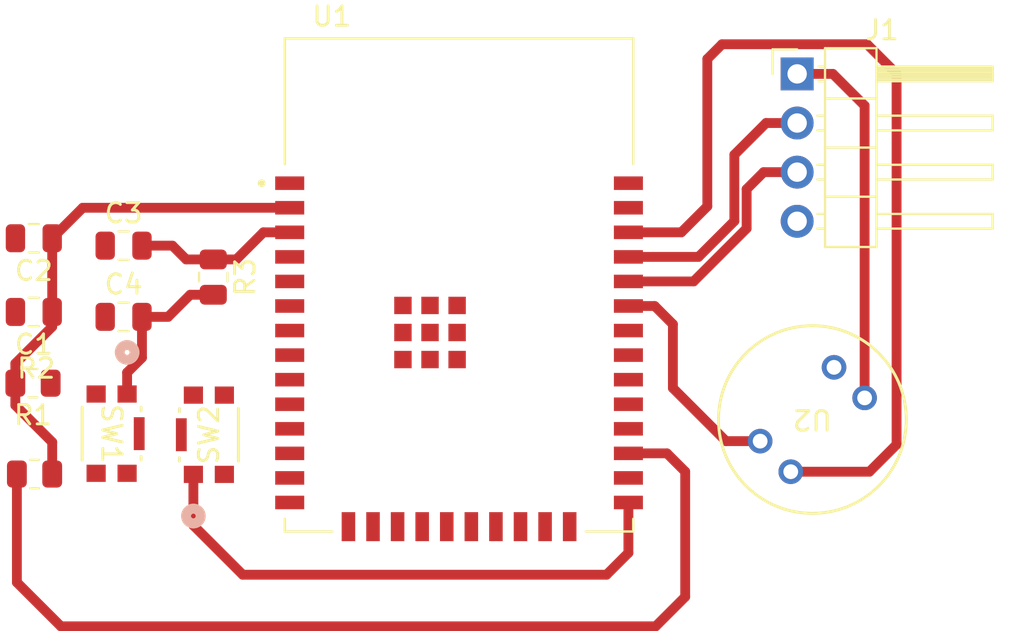
<source format=kicad_pcb>
(kicad_pcb (version 20221018) (generator pcbnew)
  (layers (0 "F.Cu" signal) (31 "B.Cu" signal) (34 "B.Paste" user) (35 "F.Paste" user) (36 "B.SilkS" user "B.Silkscreen") (37 "F.SilkS" user "F.Silkscreen") (38 "B.Mask" user) (39 "F.Mask" user) (44 "Edge.Cuts" user))
  (net 0 "")
  (net 1 "VDD")
  (net 2 "GND")
  (net 3 "Net-(U1-EN)")
  (net 4 "Net-(C4-Pad2)")
  (net 5 "Net-(J1-Pin_2)")
  (net 6 "Net-(J1-Pin_3)")
  (net 7 "Net-(U1-IO16)")
  (net 11 "Net-(U1-IO0)")
  (net 15 "/SDA")
  (net 16 "/SCL")
  (footprint "Capacitor_SMD:C_0805_2012Metric" (layer "F.Cu") (at 77.724 47.625 180)
    (fp_text reference "C2" (at 0 -1.68) (layer "F.SilkS"))
    (fp_text value "C")
    (fp_line (start -0.261252 -0.735) (end 0.261252 -0.735) (stroke (width 0.12)) (layer "F.SilkS"))
    (fp_line (start -0.261252 0.735) (end 0.261252 0.735) (stroke (width 0.12)) (layer "F.SilkS"))
    (pad "1" smd roundrect (at -0.95 0 180) (size 1 1.45) (layers "F.Cu" "F.Paste" "F.Mask") (net 1 "VDD"))
    (pad "2" smd roundrect (at 0.95 0 180) (size 1 1.45) (layers "F.Cu" "F.Paste" "F.Mask") (net 2 "GND"))
  )
  (footprint "Capacitor_SMD:C_0805_2012Metric" (layer "F.Cu") (at 82.362 48.006)
    (fp_text reference "C3" (at 0 -1.68) (layer "F.SilkS"))
    (fp_text value "C")
    (fp_line (start -0.261252 -0.735) (end 0.261252 -0.735) (stroke (width 0.12)) (layer "F.SilkS"))
    (fp_line (start -0.261252 0.735) (end 0.261252 0.735) (stroke (width 0.12)) (layer "F.SilkS"))
    (pad "1" smd roundrect (at -0.95 0) (size 1 1.45) (layers "F.Cu" "F.Paste" "F.Mask") (net 2 "GND"))
    (pad "2" smd roundrect (at 0.95 0) (size 1 1.45) (layers "F.Cu" "F.Paste" "F.Mask") (net 3 "Net-(U1-EN)"))
  )
  (footprint "thermal_cam_footprint:KMR2_G_CNK" (layer "F.Cu") (at 86.769001 57.785 90)
    (fp_text reference "SW2" (at 0 0 90 unlocked) (layer "F.SilkS"))
    (fp_text value "KMR223G LFG")
    (fp_circle (center -4.2037 -0.8) (end -3.8227 -0.8) (stroke (width 0.508)) (fill none) (layer "B.SilkS"))
    (fp_line (start -1.363811 1.524) (end 1.363811 1.524) (stroke (width 0.1524)) (layer "F.SilkS"))
    (fp_line (start -1.18364 -1.524) (end -1.363811 -1.524) (stroke (width 0.1524)) (layer "F.SilkS"))
    (fp_line (start 1.363811 -1.524) (end 1.18364 -1.524) (stroke (width 0.1524)) (layer "F.SilkS"))
    (fp_circle (center -4.2037 -0.8) (end -3.8227 -0.8) (stroke (width 0.508)) (fill none) (layer "F.SilkS"))
    (pad "1" smd rect (at -2.049998 -0.800001 90) (size 0.889 0.9906) (layers "F.Cu" "F.Paste" "F.Mask") (net 11 "Net-(U1-IO0)"))
    (pad "2" smd rect (at 2.049998 -0.800001 90) (size 0.889 0.9906) (layers "F.Cu" "F.Paste" "F.Mask"))
    (pad "3" smd rect (at -2.049998 0.800001 90) (size 0.889 0.9906) (layers "F.Cu" "F.Paste" "F.Mask") (net 2 "GND"))
    (pad "4" smd rect (at 2.049998 0.800001 90) (size 0.889 0.9906) (layers "F.Cu" "F.Paste" "F.Mask"))
    (pad "5" smd rect (at 0 -1.425001 90) (size 1.7018 0.5588) (layers "F.Cu" "F.Paste" "F.Mask"))
  )
  (footprint "thermal_cam_footprint:KMR2_G_CNK" (layer "F.Cu") (at 81.7436 57.729001 -90)
    (fp_text reference "SW1" (at 0 0 -90 unlocked) (layer "F.SilkS"))
    (fp_text value "KMR223G LFG")
    (fp_circle (center -4.2037 -0.8) (end -3.8227 -0.8) (stroke (width 0.508)) (fill none) (layer "B.SilkS"))
    (fp_line (start -1.363811 1.524) (end 1.363811 1.524) (stroke (width 0.1524)) (layer "F.SilkS"))
    (fp_line (start -1.18364 -1.524) (end -1.363811 -1.524) (stroke (width 0.1524)) (layer "F.SilkS"))
    (fp_line (start 1.363811 -1.524) (end 1.18364 -1.524) (stroke (width 0.1524)) (layer "F.SilkS"))
    (fp_circle (center -4.2037 -0.8) (end -3.8227 -0.8) (stroke (width 0.508)) (fill none) (layer "F.SilkS"))
    (pad "1" smd rect (at -2.049998 -0.800001 270) (size 0.889 0.9906) (layers "F.Cu" "F.Paste" "F.Mask") (net 4 "Net-(C4-Pad2)"))
    (pad "2" smd rect (at 2.049998 -0.800001 270) (size 0.889 0.9906) (layers "F.Cu" "F.Paste" "F.Mask"))
    (pad "3" smd rect (at -2.049998 0.800001 270) (size 0.889 0.9906) (layers "F.Cu" "F.Paste" "F.Mask") (net 2 "GND"))
    (pad "4" smd rect (at 2.049998 0.800001 270) (size 0.889 0.9906) (layers "F.Cu" "F.Paste" "F.Mask"))
    (pad "5" smd rect (at 0 -1.425001 270) (size 1.7018 0.5588) (layers "F.Cu" "F.Paste" "F.Mask"))
  )
  (footprint "Connector_PinHeader_2.54mm:PinHeader_1x04_P2.54mm_Horizontal" (layer "F.Cu") (at 117.164 39.126)
    (fp_text reference "J1" (at 4.385 -2.27) (layer "F.SilkS"))
    (fp_text value "Conn_01x04_Pin")
    (fp_line (start -1.27 -1.27) (end 0 -1.27) (stroke (width 0.12)) (layer "F.SilkS"))
    (fp_line (start -1.27 0) (end -1.27 -1.27) (stroke (width 0.12)) (layer "F.SilkS"))
    (fp_line (start 1.042929 2.16) (end 1.44 2.16) (stroke (width 0.12)) (layer "F.SilkS"))
    (fp_line (start 1.042929 2.92) (end 1.44 2.92) (stroke (width 0.12)) (layer "F.SilkS"))
    (fp_line (start 1.042929 4.7) (end 1.44 4.7) (stroke (width 0.12)) (layer "F.SilkS"))
    (fp_line (start 1.042929 5.46) (end 1.44 5.46) (stroke (width 0.12)) (layer "F.SilkS"))
    (fp_line (start 1.042929 7.24) (end 1.44 7.24) (stroke (width 0.12)) (layer "F.SilkS"))
    (fp_line (start 1.042929 8) (end 1.44 8) (stroke (width 0.12)) (layer "F.SilkS"))
    (fp_line (start 1.11 -0.38) (end 1.44 -0.38) (stroke (width 0.12)) (layer "F.SilkS"))
    (fp_line (start 1.11 0.38) (end 1.44 0.38) (stroke (width 0.12)) (layer "F.SilkS"))
    (fp_line (start 1.44 -1.33) (end 1.44 8.95) (stroke (width 0.12)) (layer "F.SilkS"))
    (fp_line (start 1.44 1.27) (end 4.1 1.27) (stroke (width 0.12)) (layer "F.SilkS"))
    (fp_line (start 1.44 3.81) (end 4.1 3.81) (stroke (width 0.12)) (layer "F.SilkS"))
    (fp_line (start 1.44 6.35) (end 4.1 6.35) (stroke (width 0.12)) (layer "F.SilkS"))
    (fp_line (start 1.44 8.95) (end 4.1 8.95) (stroke (width 0.12)) (layer "F.SilkS"))
    (fp_line (start 4.1 -1.33) (end 1.44 -1.33) (stroke (width 0.12)) (layer "F.SilkS"))
    (fp_line (start 4.1 -0.38) (end 10.1 -0.38) (stroke (width 0.12)) (layer "F.SilkS"))
    (fp_line (start 4.1 -0.32) (end 10.1 -0.32) (stroke (width 0.12)) (layer "F.SilkS"))
    (fp_line (start 4.1 -0.2) (end 10.1 -0.2) (stroke (width 0.12)) (layer "F.SilkS"))
    (fp_line (start 4.1 -0.08) (end 10.1 -0.08) (stroke (width 0.12)) (layer "F.SilkS"))
    (fp_line (start 4.1 0.04) (end 10.1 0.04) (stroke (width 0.12)) (layer "F.SilkS"))
    (fp_line (start 4.1 0.16) (end 10.1 0.16) (stroke (width 0.12)) (layer "F.SilkS"))
    (fp_line (start 4.1 0.28) (end 10.1 0.28) (stroke (width 0.12)) (layer "F.SilkS"))
    (fp_line (start 4.1 2.16) (end 10.1 2.16) (stroke (width 0.12)) (layer "F.SilkS"))
    (fp_line (start 4.1 4.7) (end 10.1 4.7) (stroke (width 0.12)) (layer "F.SilkS"))
    (fp_line (start 4.1 7.24) (end 10.1 7.24) (stroke (width 0.12)) (layer "F.SilkS"))
    (fp_line (start 4.1 8.95) (end 4.1 -1.33) (stroke (width 0.12)) (layer "F.SilkS"))
    (fp_line (start 10.1 -0.38) (end 10.1 0.38) (stroke (width 0.12)) (layer "F.SilkS"))
    (fp_line (start 10.1 0.38) (end 4.1 0.38) (stroke (width 0.12)) (layer "F.SilkS"))
    (fp_line (start 10.1 2.16) (end 10.1 2.92) (stroke (width 0.12)) (layer "F.SilkS"))
    (fp_line (start 10.1 2.92) (end 4.1 2.92) (stroke (width 0.12)) (layer "F.SilkS"))
    (fp_line (start 10.1 4.7) (end 10.1 5.46) (stroke (width 0.12)) (layer "F.SilkS"))
    (fp_line (start 10.1 5.46) (end 4.1 5.46) (stroke (width 0.12)) (layer "F.SilkS"))
    (fp_line (start 10.1 7.24) (end 10.1 8) (stroke (width 0.12)) (layer "F.SilkS"))
    (fp_line (start 10.1 8) (end 4.1 8) (stroke (width 0.12)) (layer "F.SilkS"))
    (pad "1" thru_hole rect (at 0 0) (size 1.7 1.7) (drill 1) (layers "*.Cu" "*.Mask") (net 1 "VDD"))
    (pad "2" thru_hole oval (at 0 2.54) (size 1.7 1.7) (drill 1) (layers "*.Cu" "*.Mask") (net 5 "Net-(J1-Pin_2)"))
    (pad "3" thru_hole oval (at 0 5.08) (size 1.7 1.7) (drill 1) (layers "*.Cu" "*.Mask") (net 6 "Net-(J1-Pin_3)"))
    (pad "4" thru_hole oval (at 0 7.62) (size 1.7 1.7) (drill 1) (layers "*.Cu" "*.Mask") (net 2 "GND"))
  )
  (footprint "thermal_cam_footprint:FOV55d_MEL" (layer "F.Cu") (at 116.833396 59.696604 180)
    (fp_text reference "U2" (at -1.117854 2.69875 180 unlocked) (layer "F.SilkS"))
    (fp_text value "MLX90640ESF-BAB-000-TU")
    (fp_circle (center -1.117854 2.69875) (end 3.733546 2.69875) (stroke (width 0.1524)) (fill none) (layer "F.SilkS"))
    (pad "1" thru_hole circle (at 0 0 180) (size 1.27 1.27) (drill 0.762) (layers "*.Cu" "*.Mask") (net 15 "/SDA"))
    (pad "2" thru_hole circle (at -3.816604 3.816604 180) (size 1.27 1.27) (drill 0.762) (layers "*.Cu" "*.Mask") (net 1 "VDD"))
    (pad "3" thru_hole circle (at -2.235708 5.3975 180) (size 1.27 1.27) (drill 0.762) (layers "*.Cu" "*.Mask") (net 2 "GND"))
    (pad "4" thru_hole circle (at 1.580896 1.580896 180) (size 1.27 1.27) (drill 0.762) (layers "*.Cu" "*.Mask") (net 16 "/SCL"))
  )
  (footprint "Resistor_SMD:R_0805_2012Metric" (layer "F.Cu") (at 77.6815 55.118 180)
    (fp_text reference "R1" (at 0 -1.65) (layer "F.SilkS"))
    (fp_text value "R")
    (fp_line (start -0.227064 -0.735) (end 0.227064 -0.735) (stroke (width 0.12)) (layer "F.SilkS"))
    (fp_line (start -0.227064 0.735) (end 0.227064 0.735) (stroke (width 0.12)) (layer "F.SilkS"))
    (pad "1" smd roundrect (at -0.9125 0 180) (size 1.025 1.4) (layers "F.Cu" "F.Paste" "F.Mask") (roundrect_rratio 0.243902) (net 3 "Net-(U1-EN)"))
    (pad "2" smd roundrect (at 0.9125 0 180) (size 1.025 1.4) (layers "F.Cu" "F.Paste" "F.Mask") (roundrect_rratio 0.243902) (net 1 "VDD"))
  )
  (footprint "Resistor_SMD:R_0805_2012Metric" (layer "F.Cu") (at 86.995 49.6335 -90)
    (fp_text reference "R3" (at 0 -1.65 90) (layer "F.SilkS"))
    (fp_text value "R")
    (fp_line (start -0.227064 -0.735) (end 0.227064 -0.735) (stroke (width 0.12)) (layer "F.SilkS"))
    (fp_line (start -0.227064 0.735) (end 0.227064 0.735) (stroke (width 0.12)) (layer "F.SilkS"))
    (pad "1" smd roundrect (at -0.9125 0 270) (size 1.025 1.4) (layers "F.Cu" "F.Paste" "F.Mask") (roundrect_rratio 0.243902) (net 3 "Net-(U1-EN)"))
    (pad "2" smd roundrect (at 0.9125 0 270) (size 1.025 1.4) (layers "F.Cu" "F.Paste" "F.Mask") (roundrect_rratio 0.243902) (net 4 "Net-(C4-Pad2)"))
  )
  (footprint "Capacitor_SMD:C_0805_2012Metric" (layer "F.Cu") (at 82.362 51.689)
    (fp_text reference "C4" (at 0 -1.68) (layer "F.SilkS"))
    (fp_text value "C")
    (fp_line (start -0.261252 -0.735) (end 0.261252 -0.735) (stroke (width 0.12)) (layer "F.SilkS"))
    (fp_line (start -0.261252 0.735) (end 0.261252 0.735) (stroke (width 0.12)) (layer "F.SilkS"))
    (pad "1" smd roundrect (at -0.95 0) (size 1 1.45) (layers "F.Cu" "F.Paste" "F.Mask") (net 2 "GND"))
    (pad "2" smd roundrect (at 0.95 0) (size 1 1.45) (layers "F.Cu" "F.Paste" "F.Mask") (net 4 "Net-(C4-Pad2)"))
  )
  (footprint "Resistor_SMD:R_0805_2012Metric" (layer "F.Cu") (at 77.7615 59.817)
    (fp_text reference "R2" (at 0.085 -5.46) (layer "F.SilkS"))
    (fp_text value "R")
    (fp_line (start -0.227064 -0.735) (end 0.227064 -0.735) (stroke (width 0.12)) (layer "F.SilkS"))
    (fp_line (start -0.227064 0.735) (end 0.227064 0.735) (stroke (width 0.12)) (layer "F.SilkS"))
    (pad "1" smd roundrect (at -0.9125 0) (size 1.025 1.4) (layers "F.Cu" "F.Paste" "F.Mask") (roundrect_rratio 0.243902) (net 7 "Net-(U1-IO16)"))
    (pad "2" smd roundrect (at 0.9125 0) (size 1.025 1.4) (layers "F.Cu" "F.Paste" "F.Mask") (roundrect_rratio 0.243902) (net 1 "VDD"))
  )
  (footprint "Capacitor_SMD:C_0805_2012Metric" (layer "F.Cu") (at 77.724 51.435 180)
    (fp_text reference "C1" (at 0 -1.68) (layer "F.SilkS"))
    (fp_text value "C")
    (fp_line (start -0.261252 -0.735) (end 0.261252 -0.735) (stroke (width 0.12)) (layer "F.SilkS"))
    (fp_line (start -0.261252 0.735) (end 0.261252 0.735) (stroke (width 0.12)) (layer "F.SilkS"))
    (pad "1" smd roundrect (at -0.95 0 180) (size 1 1.45) (layers "F.Cu" "F.Paste" "F.Mask") (net 1 "VDD"))
    (pad "2" smd roundrect (at 0.95 0 180) (size 1 1.45) (layers "F.Cu" "F.Paste" "F.Mask") (net 2 "GND"))
  )
  (footprint "thermal_cam_footprint:XCVR_ESP32-WROOM-32E__4MB_" (layer "F.Cu") (at 99.695 50.038)
    (fp_text reference "U1" (at -6.575 -13.885) (layer "F.SilkS"))
    (fp_text value "ESP32-WROOM-32E__4MB_")
    (fp_line (start -9 -12.75) (end 9 -12.75) (stroke (width 0.127)) (layer "F.SilkS"))
    (fp_line (start -9 -6.25) (end -9 -12.75) (stroke (width 0.127)) (layer "F.SilkS"))
    (fp_line (start -9 12.1) (end -9 12.75) (stroke (width 0.127)) (layer "F.SilkS"))
    (fp_line (start -9 12.75) (end -6.55 12.75) (stroke (width 0.127)) (layer "F.SilkS"))
    (fp_line (start 6.55 12.75) (end 9 12.75) (stroke (width 0.127)) (layer "F.SilkS"))
    (fp_line (start 9 -12.75) (end 9 -6.25) (stroke (width 0.127)) (layer "F.SilkS"))
    (fp_line (start 9 12.75) (end 9 12.1) (stroke (width 0.127)) (layer "F.SilkS"))
    (fp_circle (center -10.2 -5.26) (end -10.1 -5.26) (stroke (width 0.2)) (fill none) (layer "F.SilkS"))
    (pad "1" smd rect (at -8.75 -5.26) (size 1.5 0.7) (layers "F.Cu" "F.Paste" "F.Mask") (net 2 "GND"))
    (pad "2" smd rect (at -8.75 -3.99) (size 1.5 0.7) (layers "F.Cu" "F.Paste" "F.Mask") (net 1 "VDD"))
    (pad "3" smd rect (at -8.75 -2.72) (size 1.5 0.7) (layers "F.Cu" "F.Paste" "F.Mask") (net 3 "Net-(U1-EN)"))
    (pad "4" smd rect (at -8.75 -1.45) (size 1.5 0.7) (layers "F.Cu" "F.Paste" "F.Mask"))
    (pad "5" smd rect (at -8.75 -0.18) (size 1.5 0.7) (layers "F.Cu" "F.Paste" "F.Mask"))
    (pad "6" smd rect (at -8.75 1.09) (size 1.5 0.7) (layers "F.Cu" "F.Paste" "F.Mask"))
    (pad "7" smd rect (at -8.75 2.36) (size 1.5 0.7) (layers "F.Cu" "F.Paste" "F.Mask"))
    (pad "8" smd rect (at -8.75 3.63) (size 1.5 0.7) (layers "F.Cu" "F.Paste" "F.Mask"))
    (pad "9" smd rect (at -8.75 4.9) (size 1.5 0.7) (layers "F.Cu" "F.Paste" "F.Mask"))
    (pad "10" smd rect (at -8.75 6.17) (size 1.5 0.7) (layers "F.Cu" "F.Paste" "F.Mask"))
    (pad "11" smd rect (at -8.75 7.44) (size 1.5 0.7) (layers "F.Cu" "F.Paste" "F.Mask"))
    (pad "12" smd rect (at -8.75 8.71) (size 1.5 0.7) (layers "F.Cu" "F.Paste" "F.Mask"))
    (pad "13" smd rect (at -8.75 9.98) (size 1.5 0.7) (layers "F.Cu" "F.Paste" "F.Mask"))
    (pad "14" smd rect (at -8.75 11.25) (size 1.5 0.7) (layers "F.Cu" "F.Paste" "F.Mask"))
    (pad "15" smd rect (at -5.715 12.5) (size 0.7 1.5) (layers "F.Cu" "F.Paste" "F.Mask") (net 2 "GND"))
    (pad "16" smd rect (at -4.445 12.5) (size 0.7 1.5) (layers "F.Cu" "F.Paste" "F.Mask"))
    (pad "17" smd rect (at -3.175 12.5) (size 0.7 1.5) (layers "F.Cu" "F.Paste" "F.Mask"))
    (pad "18" smd rect (at -1.905 12.5) (size 0.7 1.5) (layers "F.Cu" "F.Paste" "F.Mask"))
    (pad "19" smd rect (at -0.635 12.5) (size 0.7 1.5) (layers "F.Cu" "F.Paste" "F.Mask"))
    (pad "20" smd rect (at 0.635 12.5) (size 0.7 1.5) (layers "F.Cu" "F.Paste" "F.Mask"))
    (pad "21" smd rect (at 1.905 12.5) (size 0.7 1.5) (layers "F.Cu" "F.Paste" "F.Mask"))
    (pad "22" smd rect (at 3.175 12.5) (size 0.7 1.5) (layers "F.Cu" "F.Paste" "F.Mask"))
    (pad "23" smd rect (at 4.445 12.5) (size 0.7 1.5) (layers "F.Cu" "F.Paste" "F.Mask"))
    (pad "24" smd rect (at 5.715 12.5) (size 0.7 1.5) (layers "F.Cu" "F.Paste" "F.Mask"))
    (pad "25" smd rect (at 8.75 11.25) (size 1.5 0.7) (layers "F.Cu" "F.Paste" "F.Mask") (net 11 "Net-(U1-IO0)"))
    (pad "26" smd rect (at 8.75 9.98) (size 1.5 0.7) (layers "F.Cu" "F.Paste" "F.Mask"))
    (pad "27" smd rect (at 8.75 8.71) (size 1.5 0.7) (layers "F.Cu" "F.Paste" "F.Mask") (net 7 "Net-(U1-IO16)"))
    (pad "28" smd rect (at 8.75 7.44) (size 1.5 0.7) (layers "F.Cu" "F.Paste" "F.Mask"))
    (pad "29" smd rect (at 8.75 6.17) (size 1.5 0.7) (layers "F.Cu" "F.Paste" "F.Mask"))
    (pad "30" smd rect (at 8.75 4.9) (size 1.5 0.7) (layers "F.Cu" "F.Paste" "F.Mask"))
    (pad "31" smd rect (at 8.75 3.63) (size 1.5 0.7) (layers "F.Cu" "F.Paste" "F.Mask"))
    (pad "32" smd rect (at 8.75 2.36) (size 1.5 0.7) (layers "F.Cu" "F.Paste" "F.Mask"))
    (pad "33" smd rect (at 8.75 1.09) (size 1.5 0.7) (layers "F.Cu" "F.Paste" "F.Mask") (net 16 "/SCL"))
    (pad "34" smd rect (at 8.75 -0.18) (size 1.5 0.7) (layers "F.Cu" "F.Paste" "F.Mask") (net 6 "Net-(J1-Pin_3)"))
    (pad "35" smd rect (at 8.75 -1.45) (size 1.5 0.7) (layers "F.Cu" "F.Paste" "F.Mask") (net 5 "Net-(J1-Pin_2)"))
    (pad "36" smd rect (at 8.75 -2.72) (size 1.5 0.7) (layers "F.Cu" "F.Paste" "F.Mask") (net 15 "/SDA"))
    (pad "37" smd rect (at 8.75 -3.99) (size 1.5 0.7) (layers "F.Cu" "F.Paste" "F.Mask"))
    (pad "38" smd rect (at 8.75 -5.26) (size 1.5 0.7) (layers "F.Cu" "F.Paste" "F.Mask") (net 2 "GND"))
    (pad "39_1" smd rect (at -2.9 1.06) (size 0.9 0.9) (layers "F.Cu" "F.Paste" "F.Mask") (net 2 "GND"))
    (pad "39_2" smd rect (at -1.5 1.06) (size 0.9 0.9) (layers "F.Cu" "F.Paste" "F.Mask") (net 2 "GND"))
    (pad "39_3" smd rect (at -0.1 1.06) (size 0.9 0.9) (layers "F.Cu" "F.Paste" "F.Mask") (net 2 "GND"))
    (pad "39_4" smd rect (at -2.9 2.46) (size 0.9 0.9) (layers "F.Cu" "F.Paste" "F.Mask") (net 2 "GND"))
    (pad "39_5" smd rect (at -1.5 2.46) (size 0.9 0.9) (layers "F.Cu" "F.Paste" "F.Mask") (net 2 "GND"))
    (pad "39_6" smd rect (at -0.1 2.46) (size 0.9 0.9) (layers "F.Cu" "F.Paste" "F.Mask") (net 2 "GND"))
    (pad "39_7" smd rect (at -2.9 3.86) (size 0.9 0.9) (layers "F.Cu" "F.Paste" "F.Mask") (net 2 "GND"))
    (pad "39_8" smd rect (at -1.5 3.86) (size 0.9 0.9) (layers "F.Cu" "F.Paste" "F.Mask") (net 2 "GND"))
    (pad "39_9" smd rect (at -0.1 3.86) (size 0.9 0.9) (layers "F.Cu" "F.Paste" "F.Mask") (net 2 "GND"))
  )
  (segment (start 78.674 58.166) (end 78.674 59.817) (width 0.508) (layer "F.Cu") (net 1))
  (segment (start 120.65 40.767) (end 120.65 55.88) (width 0.508) (layer "F.Cu") (net 1))
  (segment (start 78.674 47.625) (end 78.674 51.435) (width 0.508) (layer "F.Cu") (net 1))
  (segment (start 90.945 46.048) (end 80.251 46.048) (width 0.508) (layer "F.Cu") (net 1))
  (segment (start 76.769 56.261) (end 78.674 58.166) (width 0.508) (layer "F.Cu") (net 1))
  (segment (start 76.769 55.118) (end 76.769 56.261) (width 0.508) (layer "F.Cu") (net 1))
  (segment (start 80.251 46.048) (end 78.674 47.625) (width 0.508) (layer "F.Cu") (net 1))
  (segment (start 78.674 51.435) (end 78.674 52.197) (width 0.508) (layer "F.Cu") (net 1))
  (segment (start 76.769 54.102) (end 76.769 55.118) (width 0.508) (layer "F.Cu") (net 1))
  (segment (start 119.009 39.126) (end 120.65 40.767) (width 0.508) (layer "F.Cu") (net 1))
  (segment (start 117.164 39.126) (end 119.009 39.126) (width 0.508) (layer "F.Cu") (net 1))
  (segment (start 78.674 52.197) (end 76.769 54.102) (width 0.508) (layer "F.Cu") (net 1))
  (segment (start 85.598 48.721) (end 86.995 48.721) (width 0.508) (layer "F.Cu") (net 3))
  (segment (start 90.945 47.318) (end 89.588 47.318) (width 0.508) (layer "F.Cu") (net 3))
  (segment (start 83.312 48.006) (end 84.883 48.006) (width 0.508) (layer "F.Cu") (net 3))
  (segment (start 89.588 47.318) (end 88.185 48.721) (width 0.508) (layer "F.Cu") (net 3))
  (segment (start 88.185 48.721) (end 86.995 48.721) (width 0.508) (layer "F.Cu") (net 3))
  (segment (start 84.883 48.006) (end 85.598 48.721) (width 0.508) (layer "F.Cu") (net 3))
  (segment (start 82.543601 54.569399) (end 83.312 53.801) (width 0.508) (layer "F.Cu") (net 4))
  (segment (start 82.543601 55.679003) (end 82.543601 54.569399) (width 0.508) (layer "F.Cu") (net 4))
  (segment (start 84.662 51.689) (end 85.805 50.546) (width 0.508) (layer "F.Cu") (net 4))
  (segment (start 85.805 50.546) (end 86.995 50.546) (width 0.508) (layer "F.Cu") (net 4))
  (segment (start 83.312 51.689) (end 84.662 51.689) (width 0.508) (layer "F.Cu") (net 4))
  (segment (start 83.312 53.801) (end 83.312 51.689) (width 0.508) (layer "F.Cu") (net 4))
  (segment (start 115.56 41.666) (end 113.919 43.307) (width 0.508) (layer "F.Cu") (net 5))
  (segment (start 113.919 46.736) (end 112.067 48.588) (width 0.508) (layer "F.Cu") (net 5))
  (segment (start 112.067 48.588) (end 108.445 48.588) (width 0.508) (layer "F.Cu") (net 5))
  (segment (start 113.919 43.307) (end 113.919 46.736) (width 0.508) (layer "F.Cu") (net 5))
  (segment (start 117.164 41.666) (end 115.56 41.666) (width 0.508) (layer "F.Cu") (net 5))
  (segment (start 114.554 45.085) (end 114.554 47.117) (width 0.508) (layer "F.Cu") (net 6))
  (segment (start 115.433 44.206) (end 114.554 45.085) (width 0.508) (layer "F.Cu") (net 6))
  (segment (start 117.164 44.206) (end 115.433 44.206) (width 0.508) (layer "F.Cu") (net 6))
  (segment (start 111.813 49.858) (end 108.445 49.858) (width 0.508) (layer "F.Cu") (net 6))
  (segment (start 114.554 47.117) (end 111.813 49.858) (width 0.508) (layer "F.Cu") (net 6))
  (segment (start 109.855 67.691) (end 79.121 67.691) (width 0.508) (layer "F.Cu") (net 7))
  (segment (start 111.379 66.167) (end 109.855 67.691) (width 0.508) (layer "F.Cu") (net 7))
  (segment (start 108.445 58.748) (end 110.437 58.748) (width 0.508) (layer "F.Cu") (net 7))
  (segment (start 111.379 59.69) (end 111.379 66.167) (width 0.508) (layer "F.Cu") (net 7))
  (segment (start 76.849 65.419) (end 76.849 59.817) (width 0.508) (layer "F.Cu") (net 7))
  (segment (start 110.437 58.748) (end 111.379 59.69) (width 0.508) (layer "F.Cu") (net 7))
  (segment (start 79.121 67.691) (end 76.849 65.419) (width 0.508) (layer "F.Cu") (net 7))
  (segment (start 108.445 63.894) (end 107.315 65.024) (width 0.508) (layer "F.Cu") (net 11))
  (segment (start 108.445 61.288) (end 108.445 63.894) (width 0.508) (layer "F.Cu") (net 11))
  (segment (start 88.519 65.024) (end 85.969 62.474) (width 0.508) (layer "F.Cu") (net 11))
  (segment (start 107.315 65.024) (end 88.519 65.024) (width 0.508) (layer "F.Cu") (net 11))
  (segment (start 85.969 62.474) (end 85.969 59.834998) (width 0.508) (layer "F.Cu") (net 11))
  (segment (start 112.522 45.974) (end 112.522 38.354) (width 0.508) (layer "F.Cu") (net 15))
  (segment (start 113.284 37.592) (end 120.777 37.592) (width 0.508) (layer "F.Cu") (net 15))
  (segment (start 122.301 58.293) (end 120.897396 59.696604) (width 0.508) (layer "F.Cu") (net 15))
  (segment (start 120.897396 59.696604) (end 116.833396 59.696604) (width 0.508) (layer "F.Cu") (net 15))
  (segment (start 108.445 47.318) (end 111.178 47.318) (width 0.508) (layer "F.Cu") (net 15))
  (segment (start 112.522 38.354) (end 113.284 37.592) (width 0.508) (layer "F.Cu") (net 15))
  (segment (start 120.777 37.592) (end 122.301 39.116) (width 0.508) (layer "F.Cu") (net 15))
  (segment (start 122.301 39.116) (end 122.301 58.293) (width 0.508) (layer "F.Cu") (net 15))
  (segment (start 111.178 47.318) (end 112.522 45.974) (width 0.508) (layer "F.Cu") (net 15))
  (segment (start 113.487708 58.115708) (end 115.2525 58.115708) (width 0.508) (layer "F.Cu") (net 16))
  (segment (start 110.744 55.372) (end 113.487708 58.115708) (width 0.508) (layer "F.Cu") (net 16))
  (segment (start 110.744 52.07) (end 110.744 55.372) (width 0.508) (layer "F.Cu") (net 16))
  (segment (start 108.445 51.128) (end 109.802 51.128) (width 0.508) (layer "F.Cu") (net 16))
  (segment (start 109.802 51.128) (end 110.744 52.07) (width 0.508) (layer "F.Cu") (net 16))
)
</source>
